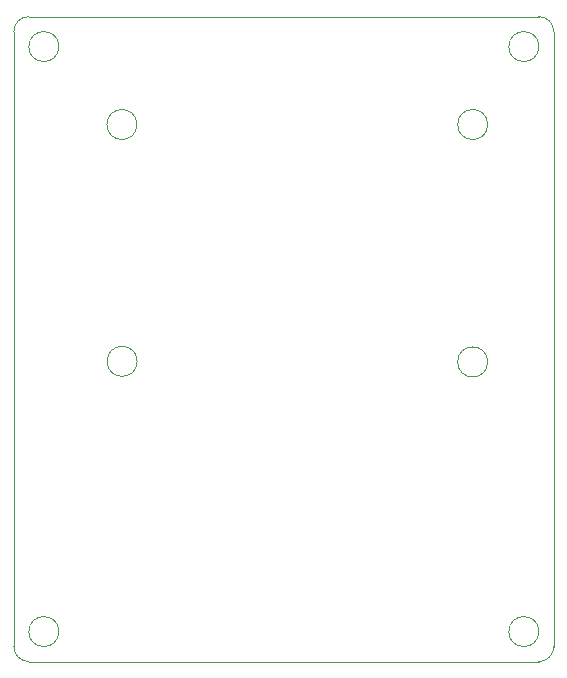
<source format=gbr>
G04 #@! TF.GenerationSoftware,KiCad,Pcbnew,5.1.5-52549c5~84~ubuntu19.10.1*
G04 #@! TF.CreationDate,2020-09-03T13:43:05+03:00*
G04 #@! TF.ProjectId,hymTracker,68796d54-7261-4636-9b65-722e6b696361,rev?*
G04 #@! TF.SameCoordinates,Original*
G04 #@! TF.FileFunction,Profile,NP*
%FSLAX46Y46*%
G04 Gerber Fmt 4.6, Leading zero omitted, Abs format (unit mm)*
G04 Created by KiCad (PCBNEW 5.1.5-52549c5~84~ubuntu19.10.1) date 2020-09-03 13:43:05*
%MOMM*%
%LPD*%
G04 APERTURE LIST*
%ADD10C,0.050000*%
G04 APERTURE END LIST*
D10*
X97270000Y-71150000D02*
G75*
G03X97270000Y-71150000I-1270000J0D01*
G01*
X67590000Y-71100000D02*
G75*
G03X67590000Y-71100000I-1270000J0D01*
G01*
X97270000Y-51050000D02*
G75*
G03X97270000Y-51050000I-1270000J0D01*
G01*
X67570000Y-51050000D02*
G75*
G03X67570000Y-51050000I-1270000J0D01*
G01*
X101600000Y-93980000D02*
G75*
G03X101600000Y-93980000I-1270000J0D01*
G01*
X60960000Y-93980000D02*
G75*
G03X60960000Y-93980000I-1270000J0D01*
G01*
X60960000Y-44450000D02*
G75*
G03X60960000Y-44450000I-1270000J0D01*
G01*
X101600000Y-44450000D02*
G75*
G03X101600000Y-44450000I-1270000J0D01*
G01*
X102870000Y-95250000D02*
G75*
G02X101600000Y-96520000I-1270000J0D01*
G01*
X58420000Y-96520000D02*
G75*
G02X57150000Y-95250000I0J1270000D01*
G01*
X57150000Y-43180000D02*
G75*
G02X58420000Y-41910000I1270000J0D01*
G01*
X101600000Y-41910000D02*
G75*
G02X102870000Y-43180000I0J-1270000D01*
G01*
X102870000Y-95250000D02*
X102870000Y-43180000D01*
X58420000Y-96520000D02*
X101600000Y-96520000D01*
X57150000Y-43180000D02*
X57150000Y-95250000D01*
X101600000Y-41910000D02*
X58420000Y-41910000D01*
M02*

</source>
